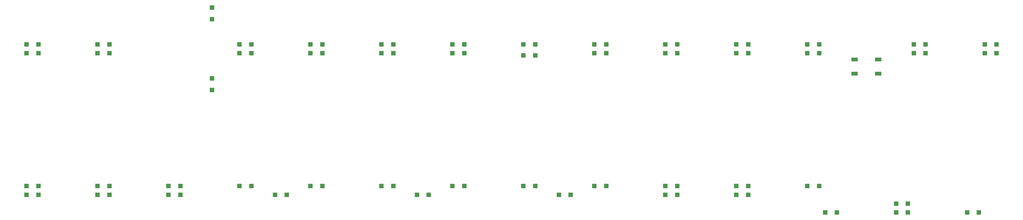
<source format=gbp>
G04 #@! TF.FileFunction,Paste,Bot*
%FSLAX46Y46*%
G04 Gerber Fmt 4.6, Leading zero omitted, Abs format (unit mm)*
G04 Created by KiCad (PCBNEW 4.0.7) date 07/12/18 08:23:41*
%MOMM*%
%LPD*%
G01*
G04 APERTURE LIST*
%ADD10C,0.100000*%
%ADD11R,1.200000X1.200000*%
%ADD12R,1.700000X1.000000*%
G04 APERTURE END LIST*
D10*
D11*
X20625000Y-48815600D03*
X17475000Y-48815600D03*
X20625000Y-51196900D03*
X17475000Y-51196900D03*
X20625000Y-86915600D03*
X17475000Y-86915600D03*
X20625000Y-89296900D03*
X17475000Y-89296900D03*
X39675000Y-48815600D03*
X36525000Y-48815600D03*
X39675000Y-51196900D03*
X36525000Y-51196900D03*
X39675000Y-86915600D03*
X36525000Y-86915600D03*
X39675000Y-89296900D03*
X36525000Y-89296900D03*
X67270300Y-42056200D03*
X67270300Y-38906200D03*
X67270300Y-57956200D03*
X67270300Y-61106200D03*
X58725000Y-86915600D03*
X55575000Y-86915600D03*
X58725000Y-89296900D03*
X55575000Y-89296900D03*
X77775000Y-48815600D03*
X74625000Y-48815600D03*
X77775000Y-51196900D03*
X74625000Y-51196900D03*
X77775000Y-86915600D03*
X74625000Y-86915600D03*
X87300000Y-89296900D03*
X84150000Y-89296900D03*
X96825000Y-48815600D03*
X93675000Y-48815600D03*
X96825000Y-51196900D03*
X93675000Y-51196900D03*
X96825000Y-86915600D03*
X93675000Y-86915600D03*
X115875000Y-48815600D03*
X112725000Y-48815600D03*
X115875000Y-51196900D03*
X112725000Y-51196900D03*
X115875000Y-86915600D03*
X112725000Y-86915600D03*
X125400000Y-89296900D03*
X122250000Y-89296900D03*
X134925000Y-48815600D03*
X131775000Y-48815600D03*
X134925000Y-51196900D03*
X131775000Y-51196900D03*
X134925000Y-86915600D03*
X131775000Y-86915600D03*
X153975000Y-48815600D03*
X150825000Y-48815600D03*
X153975000Y-51792200D03*
X150825000Y-51792200D03*
X153975000Y-86915600D03*
X150825000Y-86915600D03*
X163500000Y-89296900D03*
X160350000Y-89296900D03*
X173025000Y-48815600D03*
X169875000Y-48815600D03*
X173025000Y-51196900D03*
X169875000Y-51196900D03*
X173025000Y-86915600D03*
X169875000Y-86915600D03*
X192075000Y-48815600D03*
X188925000Y-48815600D03*
X192075000Y-51196900D03*
X188925000Y-51196900D03*
X192075000Y-86915600D03*
X188925000Y-86915600D03*
X192075000Y-89296900D03*
X188925000Y-89296900D03*
X211125000Y-48815600D03*
X207975000Y-48815600D03*
X211125000Y-51196900D03*
X207975000Y-51196900D03*
X211125000Y-86915600D03*
X207975000Y-86915600D03*
X211125000Y-89296900D03*
X207975000Y-89296900D03*
X230175000Y-48815600D03*
X227025000Y-48815600D03*
X230175000Y-51196900D03*
X227025000Y-51196900D03*
X230175000Y-86915600D03*
X227025000Y-86915600D03*
X234937000Y-94059400D03*
X231787000Y-94059400D03*
X258750000Y-48815600D03*
X255600000Y-48815600D03*
X258750000Y-51196900D03*
X255600000Y-51196900D03*
X253987000Y-91678100D03*
X250837000Y-91678100D03*
X253987000Y-94059400D03*
X250837000Y-94059400D03*
X277800000Y-48815600D03*
X274650000Y-48815600D03*
X277800000Y-51196900D03*
X274650000Y-51196900D03*
X273037000Y-94059400D03*
X269887000Y-94059400D03*
D12*
X239738000Y-56668800D03*
X246038000Y-56668800D03*
X239738000Y-52868800D03*
X246038000Y-52868800D03*
M02*

</source>
